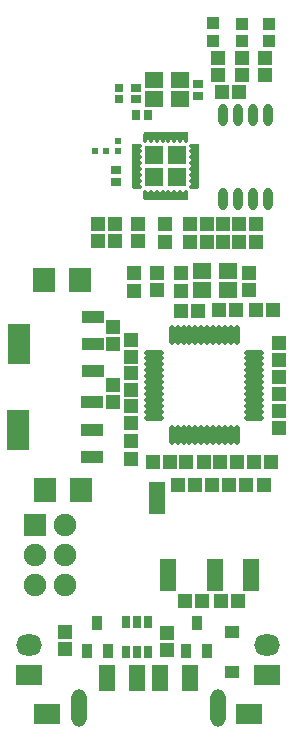
<source format=gts>
G04*
G04 #@! TF.GenerationSoftware,Altium Limited,Altium Designer,20.0.2 (26)*
G04*
G04 Layer_Color=8388736*
%FSLAX25Y25*%
%MOIN*%
G70*
G01*
G75*
%ADD43R,0.02917X0.04331*%
%ADD44R,0.02976X0.04331*%
%ADD45R,0.05906X0.05906*%
%ADD46R,0.05906X0.05906*%
%ADD47R,0.03150X0.15158*%
%ADD48R,0.15158X0.03150*%
%ADD49R,0.15158X0.03150*%
%ADD50O,0.03543X0.01378*%
%ADD51O,0.01378X0.03543*%
%ADD52R,0.03347X0.04724*%
%ADD53R,0.04528X0.04528*%
%ADD54R,0.04724X0.03937*%
%ADD55R,0.04528X0.04528*%
%ADD56R,0.02441X0.02441*%
%ADD57R,0.02441X0.02441*%
%ADD58O,0.03150X0.07480*%
%ADD59R,0.05512X0.08661*%
%ADD60R,0.07677X0.13386*%
%ADD61R,0.07677X0.04331*%
%ADD62R,0.03937X0.03937*%
%ADD63R,0.07480X0.07874*%
%ADD64O,0.06496X0.02165*%
%ADD65O,0.02165X0.06496*%
%ADD66R,0.06299X0.05315*%
%ADD67R,0.03150X0.03150*%
%ADD68R,0.03150X0.03543*%
%ADD69R,0.03543X0.03150*%
%ADD70R,0.05512X0.10630*%
%ADD71R,0.08661X0.07087*%
%ADD72O,0.08661X0.07087*%
%ADD73R,0.07480X0.07480*%
%ADD74C,0.07480*%
%ADD75O,0.05118X0.12598*%
D43*
X249293Y353150D02*
D03*
X249293Y362992D02*
D03*
X256810Y353150D02*
D03*
X256809Y362992D02*
D03*
D44*
X253063Y353150D02*
D03*
X253063Y362992D02*
D03*
D45*
X258760Y518799D02*
D03*
X266240D02*
D03*
Y511319D02*
D03*
D46*
X258760Y511319D02*
D03*
D47*
X252559Y515059D02*
D03*
X272441D02*
D03*
D48*
X262500Y505118D02*
D03*
D49*
X262500Y525000D02*
D03*
D50*
X252953Y508169D02*
D03*
Y521949D02*
D03*
Y519980D02*
D03*
Y518012D02*
D03*
Y516043D02*
D03*
Y514075D02*
D03*
Y512106D02*
D03*
Y510138D02*
D03*
X272047Y508169D02*
D03*
Y510138D02*
D03*
Y512106D02*
D03*
Y514075D02*
D03*
Y516043D02*
D03*
Y518012D02*
D03*
Y519980D02*
D03*
Y521949D02*
D03*
D51*
X255610Y505512D02*
D03*
X257579D02*
D03*
X259547D02*
D03*
X261516D02*
D03*
X263484D02*
D03*
X265453D02*
D03*
X267421D02*
D03*
X269390D02*
D03*
Y524606D02*
D03*
X267421D02*
D03*
X265453D02*
D03*
X263484D02*
D03*
X261516D02*
D03*
X259547D02*
D03*
X257579D02*
D03*
X255610D02*
D03*
D52*
X236221Y353445D02*
D03*
X243307D02*
D03*
X239764Y362894D02*
D03*
X272933Y362795D02*
D03*
X276476Y353346D02*
D03*
X269390D02*
D03*
D53*
X287008Y539665D02*
D03*
X281299D02*
D03*
X291929Y416535D02*
D03*
X297638D02*
D03*
X286319D02*
D03*
X280610D02*
D03*
X258366D02*
D03*
X264075D02*
D03*
X267717Y466929D02*
D03*
X273425D02*
D03*
X269488Y416535D02*
D03*
X275197D02*
D03*
X298425Y467126D02*
D03*
X292717D02*
D03*
X274803Y370079D02*
D03*
X269094D02*
D03*
X289469Y408957D02*
D03*
X295177D02*
D03*
X272244D02*
D03*
X266535D02*
D03*
X280413Y467126D02*
D03*
X286122D02*
D03*
X286811Y370079D02*
D03*
X281102D02*
D03*
X277953Y408957D02*
D03*
X283661D02*
D03*
D54*
X284646Y359921D02*
D03*
Y346378D02*
D03*
D55*
X267717Y473622D02*
D03*
Y479331D02*
D03*
X290256Y479626D02*
D03*
Y473917D02*
D03*
X300197Y456201D02*
D03*
Y450492D02*
D03*
X250984Y446161D02*
D03*
Y440453D02*
D03*
Y451575D02*
D03*
Y457283D02*
D03*
X300197Y427854D02*
D03*
Y433563D02*
D03*
Y439173D02*
D03*
Y444882D02*
D03*
X245079Y442028D02*
D03*
Y436319D02*
D03*
X250984Y429331D02*
D03*
Y435039D02*
D03*
X245079Y455807D02*
D03*
Y461516D02*
D03*
X253445Y490059D02*
D03*
Y495768D02*
D03*
X292618Y489961D02*
D03*
Y495669D02*
D03*
X287894Y545472D02*
D03*
Y551181D02*
D03*
X250984Y417618D02*
D03*
Y423327D02*
D03*
X259646Y473721D02*
D03*
Y479429D02*
D03*
X279921Y545472D02*
D03*
Y551181D02*
D03*
X276181Y489961D02*
D03*
Y495669D02*
D03*
X251969Y479331D02*
D03*
Y473622D02*
D03*
X281594Y489961D02*
D03*
Y495669D02*
D03*
X295669Y551181D02*
D03*
Y545472D02*
D03*
X245571Y490059D02*
D03*
Y495768D02*
D03*
X262303Y489961D02*
D03*
Y495669D02*
D03*
X287106D02*
D03*
Y489961D02*
D03*
X239862Y490059D02*
D03*
Y495768D02*
D03*
X270571Y489961D02*
D03*
Y495669D02*
D03*
X228937Y359941D02*
D03*
Y354232D02*
D03*
X262992Y353839D02*
D03*
Y359547D02*
D03*
D56*
X246555Y519980D02*
D03*
Y523524D02*
D03*
D57*
X242618Y519980D02*
D03*
X239075D02*
D03*
D58*
X281673Y504232D02*
D03*
X286673D02*
D03*
X291673D02*
D03*
X296673D02*
D03*
X281673Y532185D02*
D03*
X286673D02*
D03*
X291673D02*
D03*
X296673D02*
D03*
D59*
X270571Y344587D02*
D03*
X260728D02*
D03*
X252854D02*
D03*
X243012D02*
D03*
D60*
X213484Y427264D02*
D03*
X213583Y455807D02*
D03*
D61*
X238090Y436319D02*
D03*
Y427264D02*
D03*
Y418209D02*
D03*
X238189Y464862D02*
D03*
Y455807D02*
D03*
Y446752D02*
D03*
D62*
X297146Y562598D02*
D03*
Y556693D02*
D03*
X287894D02*
D03*
Y562598D02*
D03*
X278445Y562697D02*
D03*
Y556791D02*
D03*
D63*
X234449Y407283D02*
D03*
X222441D02*
D03*
X234055Y477264D02*
D03*
X222047D02*
D03*
D64*
X292028Y431299D02*
D03*
Y433268D02*
D03*
Y435236D02*
D03*
Y437205D02*
D03*
Y439173D02*
D03*
Y441142D02*
D03*
Y443110D02*
D03*
Y445079D02*
D03*
Y447047D02*
D03*
Y449016D02*
D03*
Y450984D02*
D03*
Y452953D02*
D03*
X258760D02*
D03*
Y450984D02*
D03*
Y449016D02*
D03*
Y447047D02*
D03*
Y445079D02*
D03*
Y443110D02*
D03*
Y441142D02*
D03*
Y439173D02*
D03*
Y437205D02*
D03*
Y435236D02*
D03*
Y433268D02*
D03*
Y431299D02*
D03*
D65*
X286221Y458760D02*
D03*
X284252D02*
D03*
X282283D02*
D03*
X280315D02*
D03*
X278346D02*
D03*
X276378D02*
D03*
X274410D02*
D03*
X272441D02*
D03*
X270472D02*
D03*
X268504D02*
D03*
X266535D02*
D03*
X264567D02*
D03*
Y425492D02*
D03*
X266535D02*
D03*
X268504D02*
D03*
X270472D02*
D03*
X272441D02*
D03*
X274410D02*
D03*
X276378D02*
D03*
X278346D02*
D03*
X280315D02*
D03*
X282283D02*
D03*
X284252D02*
D03*
X286221D02*
D03*
D66*
X258760Y537598D02*
D03*
Y543898D02*
D03*
X267421Y537598D02*
D03*
Y543898D02*
D03*
X283465Y480020D02*
D03*
Y473721D02*
D03*
X274803Y480020D02*
D03*
Y473721D02*
D03*
D67*
X246949Y537303D02*
D03*
Y541240D02*
D03*
D68*
X256693Y532185D02*
D03*
X252756D02*
D03*
D69*
X245965Y509842D02*
D03*
Y513779D02*
D03*
X273228Y538583D02*
D03*
Y542520D02*
D03*
X252658Y537303D02*
D03*
Y541240D02*
D03*
D70*
X291142Y378937D02*
D03*
X278937D02*
D03*
X263189D02*
D03*
X259646Y404528D02*
D03*
D71*
X290354Y332382D02*
D03*
X223130D02*
D03*
X217028Y345413D02*
D03*
X296260D02*
D03*
D72*
X217028Y355413D02*
D03*
X296260D02*
D03*
D73*
X219035Y395335D02*
D03*
D74*
Y385335D02*
D03*
Y375335D02*
D03*
X229035Y395335D02*
D03*
Y385335D02*
D03*
Y375335D02*
D03*
D75*
X233760Y334350D02*
D03*
X279823D02*
D03*
M02*

</source>
